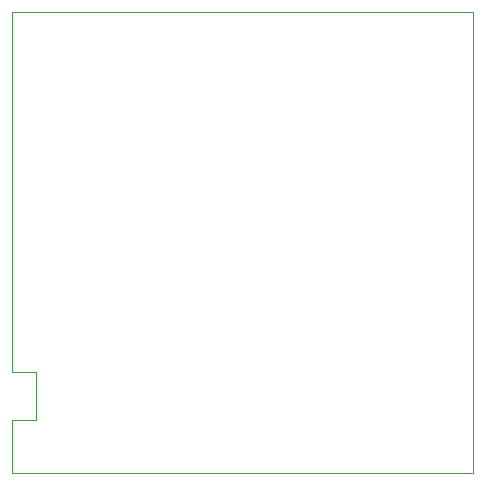
<source format=gbr>
%TF.GenerationSoftware,KiCad,Pcbnew,(6.0.0)*%
%TF.CreationDate,2022-01-15T14:34:17+01:00*%
%TF.ProjectId,bike_pixel_m,62696b65-5f70-4697-9865-6c5f6d2e6b69,v0.5*%
%TF.SameCoordinates,Original*%
%TF.FileFunction,Profile,NP*%
%FSLAX46Y46*%
G04 Gerber Fmt 4.6, Leading zero omitted, Abs format (unit mm)*
G04 Created by KiCad (PCBNEW (6.0.0)) date 2022-01-15 14:34:17*
%MOMM*%
%LPD*%
G01*
G04 APERTURE LIST*
%TA.AperFunction,Profile*%
%ADD10C,0.100000*%
%TD*%
G04 APERTURE END LIST*
D10*
X122000000Y-112500000D02*
X122000000Y-110500000D01*
X120000000Y-110500000D02*
X120000000Y-80000000D01*
X120000000Y-114500000D02*
X120000000Y-119000000D01*
X159000000Y-80000000D02*
X159000000Y-119000000D01*
X120000000Y-119000000D02*
X159000000Y-119000000D01*
X120000000Y-80000000D02*
X159000000Y-80000000D01*
X122000000Y-110500000D02*
X120000000Y-110500000D01*
X122000000Y-112500000D02*
X122000000Y-114500000D01*
X122000000Y-114500000D02*
X120000000Y-114500000D01*
M02*

</source>
